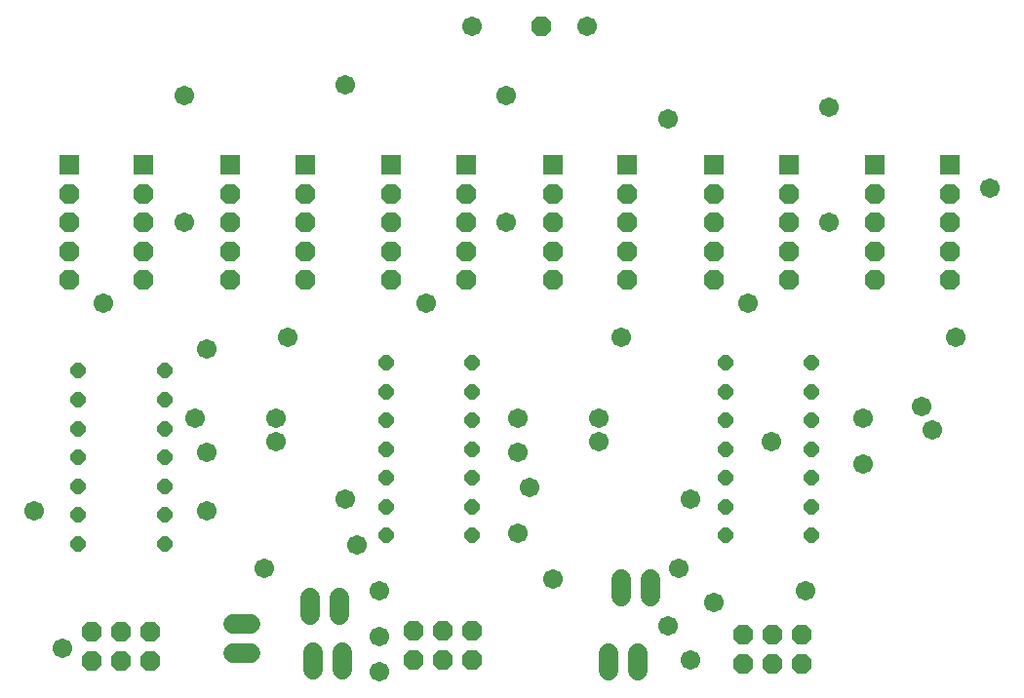
<source format=gbr>
G04 EAGLE Gerber RS-274X export*
G75*
%MOMM*%
%FSLAX34Y34*%
%LPD*%
%INSoldermask Top*%
%IPPOS*%
%AMOC8*
5,1,8,0,0,1.08239X$1,22.5*%
G01*
%ADD10C,1.727200*%
%ADD11P,1.869504X8X22.500000*%
%ADD12P,1.419230X8X22.500000*%
%ADD13R,1.711200X1.711200*%
%ADD14P,1.852186X8X22.500000*%
%ADD15C,1.703200*%


D10*
X252880Y121600D02*
X268120Y121600D01*
X268120Y96200D02*
X252880Y96200D01*
D11*
X409200Y89900D03*
X409200Y115300D03*
X434600Y89900D03*
X434600Y115300D03*
X460000Y89900D03*
X460000Y115300D03*
X130300Y88900D03*
X130300Y114300D03*
X155700Y88900D03*
X155700Y114300D03*
X181100Y88900D03*
X181100Y114300D03*
D10*
X615100Y144880D02*
X615100Y160120D01*
X589700Y160120D02*
X589700Y144880D01*
X344800Y144620D02*
X344800Y129380D01*
X319400Y129380D02*
X319400Y144620D01*
D11*
X695400Y86900D03*
X695400Y112300D03*
X720800Y86900D03*
X720800Y112300D03*
X746200Y86900D03*
X746200Y112300D03*
D10*
X322300Y97120D02*
X322300Y81880D01*
X347700Y81880D02*
X347700Y97120D01*
X579000Y96120D02*
X579000Y80880D01*
X604400Y80880D02*
X604400Y96120D01*
D12*
X118100Y341100D03*
X193100Y341100D03*
X118100Y316100D03*
X118100Y291100D03*
X118100Y266100D03*
X118100Y241100D03*
X118100Y216100D03*
X118100Y191100D03*
X193100Y316100D03*
X193100Y291100D03*
X193100Y266100D03*
X193100Y241100D03*
X193100Y216100D03*
X193100Y191100D03*
D13*
X670000Y520000D03*
X735000Y520000D03*
D14*
X670000Y495000D03*
X735000Y495000D03*
X670000Y470000D03*
X735000Y470000D03*
X670000Y445000D03*
X735000Y445000D03*
X670000Y420000D03*
X735000Y420000D03*
D12*
X679900Y348100D03*
X754900Y348100D03*
X679900Y323100D03*
X679900Y298100D03*
X679900Y273100D03*
X679900Y248100D03*
X679900Y223100D03*
X679900Y198100D03*
X754900Y323100D03*
X754900Y298100D03*
X754900Y273100D03*
X754900Y248100D03*
X754900Y223100D03*
X754900Y198100D03*
D13*
X810000Y520000D03*
X875000Y520000D03*
D14*
X810000Y495000D03*
X875000Y495000D03*
X810000Y470000D03*
X875000Y470000D03*
X810000Y445000D03*
X875000Y445000D03*
X810000Y420000D03*
X875000Y420000D03*
D13*
X390000Y520000D03*
X455000Y520000D03*
D14*
X390000Y495000D03*
X455000Y495000D03*
X390000Y470000D03*
X455000Y470000D03*
X390000Y445000D03*
X455000Y445000D03*
X390000Y420000D03*
X455000Y420000D03*
D13*
X530000Y520000D03*
X595000Y520000D03*
D14*
X530000Y495000D03*
X595000Y495000D03*
X530000Y470000D03*
X595000Y470000D03*
X530000Y445000D03*
X595000Y445000D03*
X530000Y420000D03*
X595000Y420000D03*
D13*
X110000Y520000D03*
X175000Y520000D03*
D14*
X110000Y495000D03*
X175000Y495000D03*
X110000Y470000D03*
X175000Y470000D03*
X110000Y445000D03*
X175000Y445000D03*
X110000Y420000D03*
X175000Y420000D03*
D13*
X250000Y520000D03*
X315000Y520000D03*
D14*
X250000Y495000D03*
X315000Y495000D03*
X250000Y470000D03*
X315000Y470000D03*
X250000Y445000D03*
X315000Y445000D03*
X250000Y420000D03*
X315000Y420000D03*
D12*
X385500Y348100D03*
X460500Y348100D03*
X385500Y323100D03*
X385500Y298100D03*
X385500Y273100D03*
X385500Y248100D03*
X385500Y223100D03*
X385500Y198100D03*
X460500Y323100D03*
X460500Y298100D03*
X460500Y273100D03*
X460500Y248100D03*
X460500Y223100D03*
X460500Y198100D03*
D11*
X520000Y640000D03*
D15*
X380000Y80000D03*
X104104Y100000D03*
X650000Y90000D03*
X510000Y240000D03*
X230000Y360000D03*
X720000Y280000D03*
X140000Y400000D03*
X420000Y400000D03*
X700000Y400000D03*
X590000Y370000D03*
X300000Y370000D03*
X880000Y370000D03*
X380000Y110000D03*
X360000Y190000D03*
X380000Y150000D03*
X500000Y200000D03*
X530000Y160000D03*
X230000Y220000D03*
X280000Y170000D03*
X640000Y170000D03*
X630000Y120000D03*
X670000Y140000D03*
X750000Y150000D03*
X770000Y470000D03*
X650000Y230000D03*
X490000Y470000D03*
X350000Y230000D03*
X210000Y470000D03*
X80000Y220000D03*
X630000Y560000D03*
X560000Y640000D03*
X770000Y570000D03*
X910000Y500000D03*
X490000Y580000D03*
X460000Y640000D03*
X350000Y590000D03*
X210000Y580000D03*
X850000Y310000D03*
X800000Y300000D03*
X860000Y290000D03*
X800000Y260000D03*
X570000Y300000D03*
X500000Y300000D03*
X570000Y280000D03*
X500000Y270000D03*
X290000Y300000D03*
X220000Y300000D03*
X290000Y280000D03*
X230000Y270000D03*
M02*

</source>
